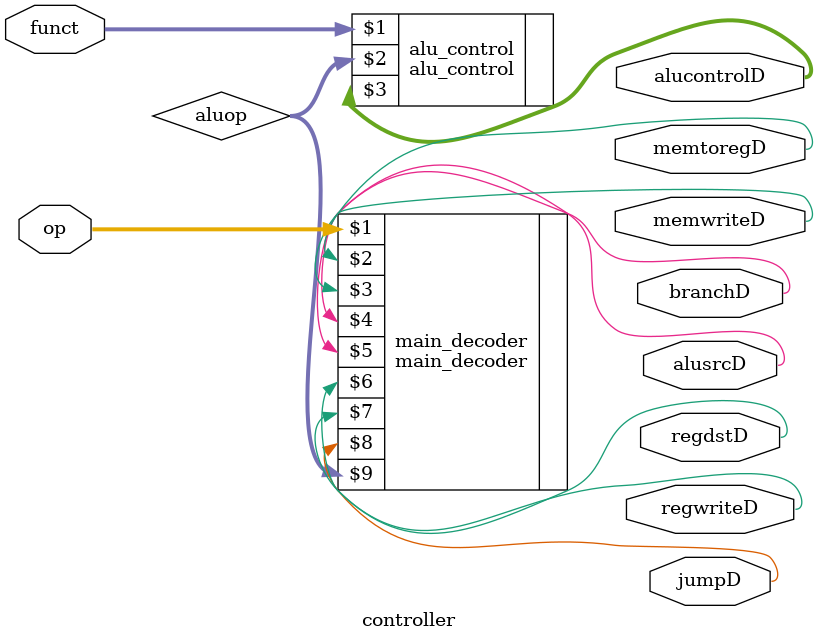
<source format=v>
`timescale 1ns / 1ps

module controller(
        input [5:0] op,funct,
        output regwriteD,memtoregD,memwriteD,branchD,
        output [2:0]alucontrolD,
        output alusrcD,regdstD,jumpD);

wire [1:0]aluop;

main_decoder main_decoder(op,memtoregD,memwriteD,branchD,alusrcD,regdstD,regwriteD,jumpD,aluop);
alu_control alu_control(funct,aluop,alucontrolD);

endmodule

</source>
